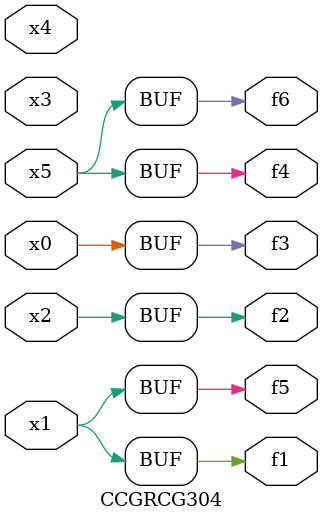
<source format=v>
module CCGRCG304(
	input x0, x1, x2, x3, x4, x5,
	output f1, f2, f3, f4, f5, f6
);
	assign f1 = x1;
	assign f2 = x2;
	assign f3 = x0;
	assign f4 = x5;
	assign f5 = x1;
	assign f6 = x5;
endmodule

</source>
